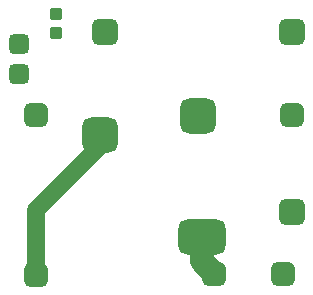
<source format=gtl>
G04 Layer_Physical_Order=1*
G04 Layer_Color=255*
%FSLAX44Y44*%
%MOMM*%
G71*
G01*
G75*
G04:AMPARAMS|DCode=10|XSize=3mm|YSize=3mm|CornerRadius=0.75mm|HoleSize=0mm|Usage=FLASHONLY|Rotation=270.000|XOffset=0mm|YOffset=0mm|HoleType=Round|Shape=RoundedRectangle|*
%AMROUNDEDRECTD10*
21,1,3.0000,1.5000,0,0,270.0*
21,1,1.5000,3.0000,0,0,270.0*
1,1,1.5000,-0.7500,-0.7500*
1,1,1.5000,-0.7500,0.7500*
1,1,1.5000,0.7500,0.7500*
1,1,1.5000,0.7500,-0.7500*
%
%ADD10ROUNDEDRECTD10*%
G04:AMPARAMS|DCode=11|XSize=1mm|YSize=1.1mm|CornerRadius=0.25mm|HoleSize=0mm|Usage=FLASHONLY|Rotation=270.000|XOffset=0mm|YOffset=0mm|HoleType=Round|Shape=RoundedRectangle|*
%AMROUNDEDRECTD11*
21,1,1.0000,0.6000,0,0,270.0*
21,1,0.5000,1.1000,0,0,270.0*
1,1,0.5000,-0.3000,-0.2500*
1,1,0.5000,-0.3000,0.2500*
1,1,0.5000,0.3000,0.2500*
1,1,0.5000,0.3000,-0.2500*
%
%ADD11ROUNDEDRECTD11*%
G04:AMPARAMS|DCode=12|XSize=4mm|YSize=3mm|CornerRadius=0.75mm|HoleSize=0mm|Usage=FLASHONLY|Rotation=0.000|XOffset=0mm|YOffset=0mm|HoleType=Round|Shape=RoundedRectangle|*
%AMROUNDEDRECTD12*
21,1,4.0000,1.5000,0,0,0.0*
21,1,2.5000,3.0000,0,0,0.0*
1,1,1.5000,1.2500,-0.7500*
1,1,1.5000,-1.2500,-0.7500*
1,1,1.5000,-1.2500,0.7500*
1,1,1.5000,1.2500,0.7500*
%
%ADD12ROUNDEDRECTD12*%
G04:AMPARAMS|DCode=13|XSize=3mm|YSize=3mm|CornerRadius=0.75mm|HoleSize=0mm|Usage=FLASHONLY|Rotation=0.000|XOffset=0mm|YOffset=0mm|HoleType=Round|Shape=RoundedRectangle|*
%AMROUNDEDRECTD13*
21,1,3.0000,1.5000,0,0,0.0*
21,1,1.5000,3.0000,0,0,0.0*
1,1,1.5000,0.7500,-0.7500*
1,1,1.5000,-0.7500,-0.7500*
1,1,1.5000,-0.7500,0.7500*
1,1,1.5000,0.7500,0.7500*
%
%ADD13ROUNDEDRECTD13*%
%ADD14C,1.5000*%
%ADD15C,2.0000*%
G04:AMPARAMS|DCode=16|XSize=2.2mm|YSize=2.2mm|CornerRadius=0.55mm|HoleSize=0mm|Usage=FLASHONLY|Rotation=0.000|XOffset=0mm|YOffset=0mm|HoleType=Round|Shape=RoundedRectangle|*
%AMROUNDEDRECTD16*
21,1,2.2000,1.1000,0,0,0.0*
21,1,1.1000,2.2000,0,0,0.0*
1,1,1.1000,0.5500,-0.5500*
1,1,1.1000,-0.5500,-0.5500*
1,1,1.1000,-0.5500,0.5500*
1,1,1.1000,0.5500,0.5500*
%
%ADD16ROUNDEDRECTD16*%
G04:AMPARAMS|DCode=17|XSize=1.7mm|YSize=1.7mm|CornerRadius=0.425mm|HoleSize=0mm|Usage=FLASHONLY|Rotation=270.000|XOffset=0mm|YOffset=0mm|HoleType=Round|Shape=RoundedRectangle|*
%AMROUNDEDRECTD17*
21,1,1.7000,0.8500,0,0,270.0*
21,1,0.8500,1.7000,0,0,270.0*
1,1,0.8500,-0.4250,-0.4250*
1,1,0.8500,-0.4250,0.4250*
1,1,0.8500,0.4250,0.4250*
1,1,0.8500,0.4250,-0.4250*
%
%ADD17ROUNDEDRECTD17*%
G04:AMPARAMS|DCode=18|XSize=2mm|YSize=2mm|CornerRadius=0.5mm|HoleSize=0mm|Usage=FLASHONLY|Rotation=0.000|XOffset=0mm|YOffset=0mm|HoleType=Round|Shape=RoundedRectangle|*
%AMROUNDEDRECTD18*
21,1,2.0000,1.0000,0,0,0.0*
21,1,1.0000,2.0000,0,0,0.0*
1,1,1.0000,0.5000,-0.5000*
1,1,1.0000,-0.5000,-0.5000*
1,1,1.0000,-0.5000,0.5000*
1,1,1.0000,0.5000,0.5000*
%
%ADD18ROUNDEDRECTD18*%
G04:AMPARAMS|DCode=19|XSize=2.2mm|YSize=2.2mm|CornerRadius=0.55mm|HoleSize=0mm|Usage=FLASHONLY|Rotation=270.000|XOffset=0mm|YOffset=0mm|HoleType=Round|Shape=RoundedRectangle|*
%AMROUNDEDRECTD19*
21,1,2.2000,1.1000,0,0,270.0*
21,1,1.1000,2.2000,0,0,270.0*
1,1,1.1000,-0.5500,-0.5500*
1,1,1.1000,-0.5500,0.5500*
1,1,1.1000,0.5500,0.5500*
1,1,1.1000,0.5500,-0.5500*
%
%ADD19ROUNDEDRECTD19*%
G04:AMPARAMS|DCode=20|XSize=2mm|YSize=2mm|CornerRadius=0.5mm|HoleSize=0mm|Usage=FLASHONLY|Rotation=270.000|XOffset=0mm|YOffset=0mm|HoleType=Round|Shape=RoundedRectangle|*
%AMROUNDEDRECTD20*
21,1,2.0000,1.0000,0,0,270.0*
21,1,1.0000,2.0000,0,0,270.0*
1,1,1.0000,-0.5000,-0.5000*
1,1,1.0000,-0.5000,0.5000*
1,1,1.0000,0.5000,0.5000*
1,1,1.0000,0.5000,-0.5000*
%
%ADD20ROUNDEDRECTD20*%
%ADD21C,0.4000*%
D10*
X105000Y169000D02*
D03*
D11*
X68000Y256000D02*
D03*
Y272000D02*
D03*
D12*
X191000Y83000D02*
D03*
D13*
X188000Y185000D02*
D03*
D14*
X104000Y169000D02*
Y173000D01*
X105000Y160000D02*
Y169000D01*
X51000Y106000D02*
X105000Y160000D01*
X51000Y51000D02*
Y106000D01*
Y51000D02*
X52000Y52000D01*
D15*
X191000Y62500D02*
Y83000D01*
Y62500D02*
X201500Y52000D01*
D16*
X109000Y256500D02*
D03*
X267000Y104000D02*
D03*
D17*
X36000Y246000D02*
D03*
Y220600D02*
D03*
D18*
X201500Y52000D02*
D03*
X51000Y186000D02*
D03*
X260000Y52000D02*
D03*
X267000Y185990D02*
D03*
D19*
Y256500D02*
D03*
D20*
X51000Y51000D02*
D03*
D21*
X68000Y256000D02*
D03*
Y272000D02*
D03*
X199000Y175000D02*
D03*
M02*

</source>
